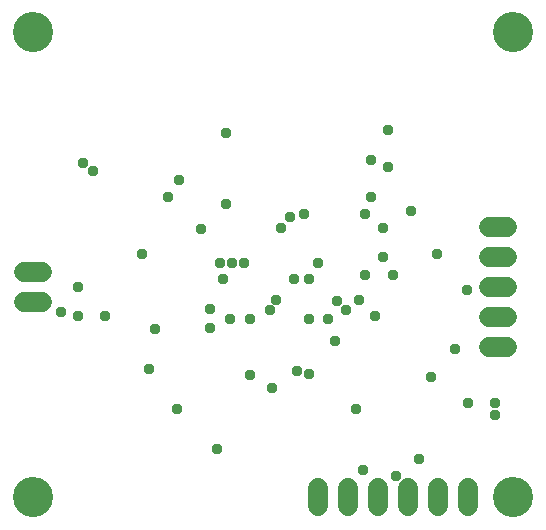
<source format=gbr>
G04 EAGLE Gerber RS-274X export*
G75*
%MOMM*%
%FSLAX34Y34*%
%LPD*%
%INSoldermask Bottom*%
%IPPOS*%
%AMOC8*
5,1,8,0,0,1.08239X$1,22.5*%
G01*
%ADD10C,3.403200*%
%ADD11C,1.727200*%
%ADD12C,0.959600*%


D10*
X25400Y25400D03*
X431800Y25400D03*
X431800Y419100D03*
X25400Y419100D03*
D11*
X17780Y215900D02*
X33020Y215900D01*
X33020Y190500D02*
X17780Y190500D01*
X266700Y33020D02*
X266700Y17780D01*
X292100Y17780D02*
X292100Y33020D01*
X317500Y33020D02*
X317500Y17780D01*
X342900Y17780D02*
X342900Y33020D01*
X368300Y33020D02*
X368300Y17780D01*
X393700Y17780D02*
X393700Y33020D01*
X411480Y152400D02*
X426720Y152400D01*
X426720Y177800D02*
X411480Y177800D01*
X411480Y203200D02*
X426720Y203200D01*
X426720Y228600D02*
X411480Y228600D01*
X411480Y254000D02*
X426720Y254000D01*
D12*
X352500Y57500D03*
X382500Y151250D03*
X148750Y293750D03*
X188750Y333750D03*
X63750Y178750D03*
X67500Y308750D03*
X128750Y167500D03*
X298750Y100000D03*
X246250Y210000D03*
X186250Y210000D03*
X175000Y185000D03*
X123750Y133750D03*
X416250Y105000D03*
X393750Y105000D03*
X235000Y253750D03*
X321250Y228750D03*
X242500Y262500D03*
X321250Y253750D03*
X326250Y305000D03*
X167500Y252500D03*
X140000Y280000D03*
X48750Y182500D03*
X76250Y301250D03*
X63750Y203750D03*
X86250Y178750D03*
X392500Y201250D03*
X315000Y178750D03*
X188750Y273750D03*
X203750Y223750D03*
X266250Y223750D03*
X258750Y130000D03*
X227500Y117500D03*
X208750Y128750D03*
X275000Y176250D03*
X208750Y176250D03*
X258750Y176250D03*
X345000Y267500D03*
X258750Y210000D03*
X226250Y183750D03*
X290000Y183750D03*
X311250Y280000D03*
X193750Y223750D03*
X117500Y231250D03*
X332500Y43750D03*
X305000Y48750D03*
X192500Y176250D03*
X231250Y192500D03*
X175000Y168750D03*
X326250Y336250D03*
X255000Y265000D03*
X362500Y127500D03*
X311250Y311250D03*
X416250Y95000D03*
X306250Y213750D03*
X330000Y213750D03*
X306250Y265000D03*
X367500Y231250D03*
X248750Y132500D03*
X281250Y157500D03*
X282500Y191250D03*
X301250Y192500D03*
X147500Y100000D03*
X181250Y66250D03*
X183750Y223750D03*
M02*

</source>
